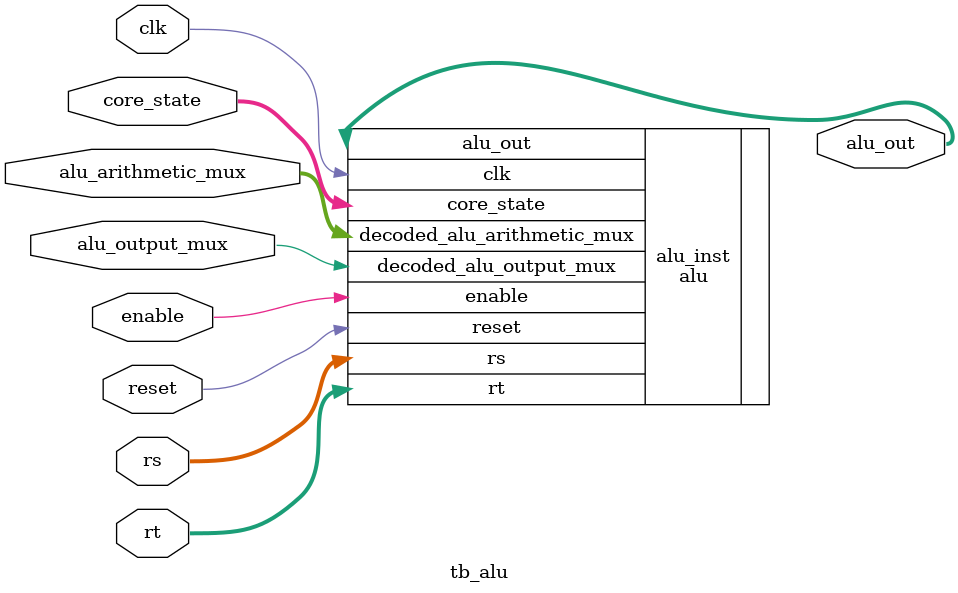
<source format=sv>
`default_nettype none
`timescale 1ns/1ns

module tb_alu #(
    parameter DATA_BITS = 16  // 16-bit data width
) (
    input wire clk,
    input wire reset,
    input wire enable,
    
    // Control inputs
    input wire [2:0] core_state,
    input wire [1:0] alu_arithmetic_mux,  // ADD=00, SUB=01, MUL=10, DIV=11
    input wire alu_output_mux,            // 0=arithmetic, 1=compare (NZP)
    
    // Data inputs
    input wire [DATA_BITS-1:0] rs,
    input wire [DATA_BITS-1:0] rt,
    
    // Output
    output wire [DATA_BITS-1:0] alu_out
);

    // Instantiate the ALU unit
    alu #(
        .DATA_BITS(DATA_BITS)
    ) alu_inst (
        .clk(clk),
        .reset(reset),
        .enable(enable),
        .core_state(core_state),
        .decoded_alu_arithmetic_mux(alu_arithmetic_mux),
        .decoded_alu_output_mux(alu_output_mux),
        .rs(rs),
        .rt(rt),
        .alu_out(alu_out)
    );

    // VCD dump for waveform viewing
    initial begin
        $dumpfile("build/waves/alu.vcd");
        $dumpvars(0, tb_alu);
    end

endmodule


</source>
